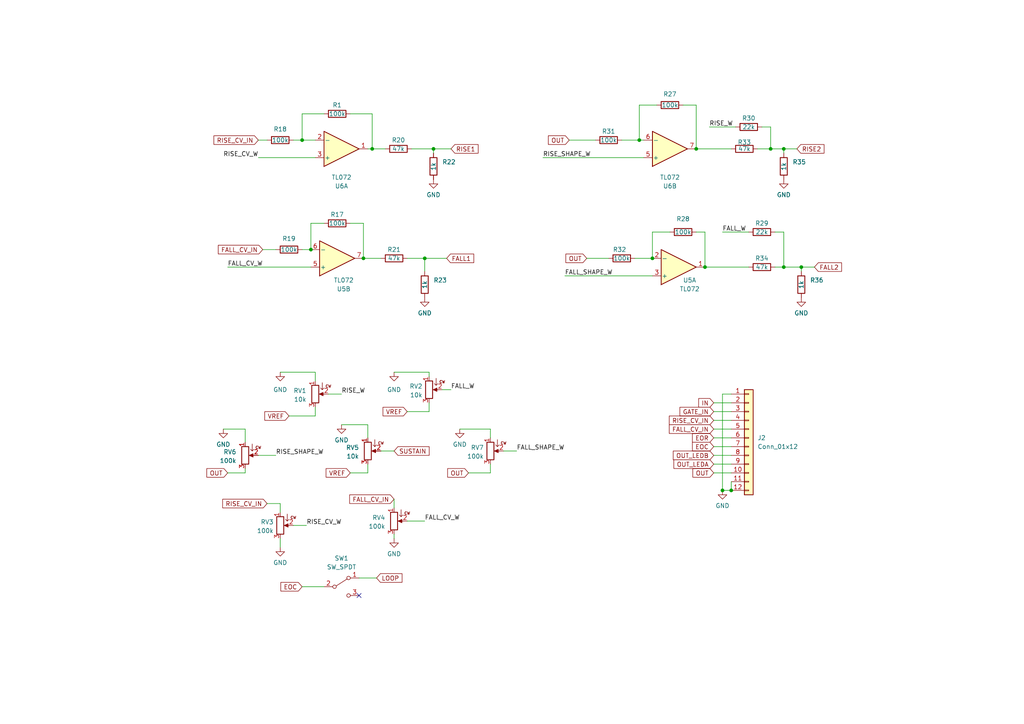
<source format=kicad_sch>
(kicad_sch (version 20230121) (generator eeschema)
  (paper "A4")
  (title_block (title "Kosmo Slopes") (date "2023-03-18"))
  (lib_symbols
    (symbol "AO_symbols:R" (pin_numbers hide) (pin_names (offset 0))
      (property "Reference" "R" (at 2.032 0 90))
      (property "Value" "R" (at 0 0 90))
      (symbol "R_0_1"
        (rectangle (start -1.016 -2.54) (end 1.016 2.54) (stroke (width 0.254)))
      )
      (symbol "R_1_1"
        (pin passive line (at 0 3.81 270) (length 1.27) (name "~") (number "1"))
        (pin passive line (at 0 -3.81 90) (length 1.27) (name "~") (number "2"))
      )
    )
    (symbol "AO_symbols:R_POT" (pin_names (offset 1.016) hide)
      (property "Reference" "RV" (at -4.445 0 90))
      (property "Value" "R_POT" (at -2.54 0 90))
      (symbol "R_POT_0_0"
        (text "CW" (at 3.81 -2.286 0) (effects (font (size 0.762 0.762))))
      )
      (symbol "R_POT_0_1"
        (rectangle (start -1.016 2.54) (end 1.016 -2.54) (stroke (width 0.254)))
        (polyline (pts (xy 2.032 -3.302) (xy 2.032 -1.27)) (stroke (width 0.1524)))
        (polyline (pts (xy 2.54 0) (xy 1.524 0)))
        (polyline (pts (xy 2.54 -1.778) (xy 2.032 -1.27) (xy 1.524 -1.778)) (stroke (width 0.1524)))
        (polyline (pts (xy 1.143 0) (xy 2.286 -0.508) (xy 2.286 0.508) (xy 1.143 0)) (fill (type outline)))
      )
      (symbol "R_POT_1_1"
        (pin passive line (at 0 -3.81 90) (length 1.27) (name "1") (number "1"))
        (pin passive line (at 3.81 0 180) (length 1.27) (name "2") (number "2"))
        (pin passive line (at 0 3.81 270) (length 1.27) (name "3") (number "3"))
      )
    )
    (symbol "AO_symbols:SW_SPDT" (pin_names (offset 0) hide)
      (property "Reference" "SW" (at 0 4.318 0))
      (property "Value" "SW_SPDT" (at 0 -5.08 0))
      (symbol "SW_SPDT_0_0"
        (circle (center -2.032 0) (radius 0.508))
        (circle (center 2.032 -2.54) (radius 0.508))
      )
      (symbol "SW_SPDT_0_1"
        (polyline (pts (xy -1.524 0.254) (xy 1.651 2.286)))
        (circle (center 2.032 2.54) (radius 0.508))
      )
      (symbol "SW_SPDT_1_1"
        (pin passive line (at 5.08 2.54 180) (length 2.54) (name "A") (number "1"))
        (pin passive line (at -5.08 0 0) (length 2.54) (name "B") (number "2"))
        (pin passive line (at 5.08 -2.54 180) (length 2.54) (name "C") (number "3"))
      )
    )
    (symbol "AO_symbols:TL072" (pin_names (offset 0.127))
      (property "Reference" "U" (at 0 5.08 0))
      (property "Value" "TL072" (at 0 -5.08 0))
      (symbol "TL072_1_1"
        (polyline (pts (xy -5.08 5.08) (xy 5.08 0) (xy -5.08 -5.08) (xy -5.08 5.08)) (stroke (width 0.254)) (fill (type background)))
        (pin output line (at 7.62 0 180) (length 2.54) (name "~") (number "1"))
        (pin input line (at -7.62 -2.54 0) (length 2.54) (name "-") (number "2"))
        (pin input line (at -7.62 2.54 0) (length 2.54) (name "+") (number "3"))
      )
      (symbol "TL072_2_1"
        (polyline (pts (xy -5.08 5.08) (xy 5.08 0) (xy -5.08 -5.08) (xy -5.08 5.08)) (stroke (width 0.254)) (fill (type background)))
        (pin input line (at -7.62 2.54 0) (length 2.54) (name "+") (number "5"))
        (pin input line (at -7.62 -2.54 0) (length 2.54) (name "-") (number "6"))
        (pin output line (at 7.62 0 180) (length 2.54) (name "~") (number "7"))
      )
      (symbol "TL072_3_1"
        (pin power_in line (at -2.54 -7.62 90) (length 3.81) (name "V-") (number "4"))
        (pin power_in line (at -2.54 7.62 270) (length 3.81) (name "V+") (number "8"))
      )
    )
    (symbol "Connector_Generic:Conn_01x12" (pin_names (offset 1.016) hide)
      (property "Reference" "J" (at 0 15.24 0))
      (property "Value" "Conn_01x12" (at 0 -17.78 0))
      (symbol "Conn_01x12_1_1"
        (rectangle (start -1.27 -15.113) (end 0 -15.367) (stroke (width 0.1524)))
        (rectangle (start -1.27 -12.573) (end 0 -12.827) (stroke (width 0.1524)))
        (rectangle (start -1.27 -10.033) (end 0 -10.287) (stroke (width 0.1524)))
        (rectangle (start -1.27 -7.493) (end 0 -7.747) (stroke (width 0.1524)))
        (rectangle (start -1.27 -4.953) (end 0 -5.207) (stroke (width 0.1524)))
        (rectangle (start -1.27 -2.413) (end 0 -2.667) (stroke (width 0.1524)))
        (rectangle (start -1.27 0.127) (end 0 -0.127) (stroke (width 0.1524)))
        (rectangle (start -1.27 2.667) (end 0 2.413) (stroke (width 0.1524)))
        (rectangle (start -1.27 5.207) (end 0 4.953) (stroke (width 0.1524)))
        (rectangle (start -1.27 7.747) (end 0 7.493) (stroke (width 0.1524)))
        (rectangle (start -1.27 10.287) (end 0 10.033) (stroke (width 0.1524)))
        (rectangle (start -1.27 12.827) (end 0 12.573) (stroke (width 0.1524)))
        (rectangle (start -1.27 13.97) (end 1.27 -16.51) (stroke (width 0.254)) (fill (type background)))
        (pin passive line (at -5.08 12.7 0) (length 3.81) (name "Pin_1") (number "1"))
        (pin passive line (at -5.08 -10.16 0) (length 3.81) (name "Pin_10") (number "10"))
        (pin passive line (at -5.08 -12.7 0) (length 3.81) (name "Pin_11") (number "11"))
        (pin passive line (at -5.08 -15.24 0) (length 3.81) (name "Pin_12") (number "12"))
        (pin passive line (at -5.08 10.16 0) (length 3.81) (name "Pin_2") (number "2"))
        (pin passive line (at -5.08 7.62 0) (length 3.81) (name "Pin_3") (number "3"))
        (pin passive line (at -5.08 5.08 0) (length 3.81) (name "Pin_4") (number "4"))
        (pin passive line (at -5.08 2.54 0) (length 3.81) (name "Pin_5") (number "5"))
        (pin passive line (at -5.08 0 0) (length 3.81) (name "Pin_6") (number "6"))
        (pin passive line (at -5.08 -2.54 0) (length 3.81) (name "Pin_7") (number "7"))
        (pin passive line (at -5.08 -5.08 0) (length 3.81) (name "Pin_8") (number "8"))
        (pin passive line (at -5.08 -7.62 0) (length 3.81) (name "Pin_9") (number "9"))
      )
    )
    (symbol "power:GND" (power) (pin_names (offset 0))
      (property "Value" "GND" (at 0 -3.81 0))
      (symbol "GND_0_1"
        (polyline (pts (xy 0 0) (xy 0 -1.27) (xy 1.27 -1.27) (xy 0 -2.54) (xy -1.27 -1.27) (xy 0 -1.27)))
      )
      (symbol "GND_1_1"
        (pin power_in line (at 0 0 270) (length 0) hide (name "GND") (number "1"))
      )
    )
  )
  (junction (at 232.41 77.47))
  (junction (at 212.09 142.24))
  (junction (at 90.17 72.39))
  (junction (at 107.95 43.18))
  (junction (at 87.63 40.64))
  (junction (at 204.47 77.47))
  (junction (at 123.19 74.93))
  (junction (at 189.23 74.93))
  (junction (at 209.55 142.24))
  (junction (at 201.93 43.18))
  (junction (at 227.33 77.47))
  (junction (at 185.42 40.64))
  (junction (at 223.52 43.18))
  (junction (at 227.33 43.18))
  (junction (at 125.73 43.18))
  (junction (at 105.41 74.93))
  (no_connect (at 104.14 172.72))
  (wire (pts (xy 142.24 124.46) (xy 142.24 127)))
  (wire (pts (xy 207.01 129.54) (xy 212.09 129.54)))
  (wire (pts (xy 87.63 170.18) (xy 93.98 170.18)))
  (wire (pts (xy 93.98 64.77) (xy 90.17 64.77)))
  (wire (pts (xy 107.95 43.18) (xy 106.68 43.18)))
  (wire (pts (xy 212.09 142.24) (xy 212.09 139.7)))
  (wire (pts (xy 223.52 43.18) (xy 227.33 43.18)))
  (wire (pts (xy 71.12 124.46) (xy 71.12 128.27)))
  (wire (pts (xy 207.01 134.62) (xy 212.09 134.62)))
  (wire (pts (xy 125.73 43.18) (xy 130.81 43.18)))
  (wire (pts (xy 64.77 124.46) (xy 71.12 124.46)))
  (wire (pts (xy 224.79 77.47) (xy 227.33 77.47)))
  (wire (pts (xy 81.28 156.21) (xy 81.28 158.75)))
  (wire (pts (xy 207.01 124.46) (xy 212.09 124.46)))
  (wire (pts (xy 201.93 43.18) (xy 212.09 43.18)))
  (wire (pts (xy 114.3 107.95) (xy 124.46 107.95)))
  (wire (pts (xy 124.46 107.95) (xy 124.46 109.22)))
  (wire (pts (xy 87.63 72.39) (xy 90.17 72.39)))
  (wire (pts (xy 185.42 30.48) (xy 185.42 40.64)))
  (wire (pts (xy 91.44 120.65) (xy 91.44 118.11)))
  (wire (pts (xy 118.11 74.93) (xy 123.19 74.93)))
  (wire (pts (xy 110.49 130.81) (xy 114.3 130.81)))
  (wire (pts (xy 74.93 132.08) (xy 80.01 132.08)))
  (wire (pts (xy 124.46 116.84) (xy 124.46 119.38)))
  (wire (pts (xy 170.18 74.93) (xy 176.53 74.93)))
  (wire (pts (xy 189.23 67.31) (xy 189.23 74.93)))
  (wire (pts (xy 207.01 127) (xy 212.09 127)))
  (wire (pts (xy 142.24 137.16) (xy 135.89 137.16)))
  (wire (pts (xy 184.15 74.93) (xy 189.23 74.93)))
  (wire (pts (xy 76.2 72.39) (xy 80.01 72.39)))
  (wire (pts (xy 101.6 137.16) (xy 106.68 137.16)))
  (wire (pts (xy 83.82 120.65) (xy 91.44 120.65)))
  (wire (pts (xy 133.35 124.46) (xy 142.24 124.46)))
  (wire (pts (xy 232.41 77.47) (xy 236.22 77.47)))
  (wire (pts (xy 85.09 152.4) (xy 88.9 152.4)))
  (wire (pts (xy 157.48 45.72) (xy 186.69 45.72)))
  (wire (pts (xy 106.68 123.19) (xy 106.68 127)))
  (wire (pts (xy 207.01 116.84) (xy 212.09 116.84)))
  (wire (pts (xy 71.12 137.16) (xy 71.12 135.89)))
  (wire (pts (xy 227.33 43.18) (xy 227.33 44.45)))
  (wire (pts (xy 209.55 142.24) (xy 212.09 142.24)))
  (wire (pts (xy 201.93 67.31) (xy 204.47 67.31)))
  (wire (pts (xy 107.95 43.18) (xy 111.76 43.18)))
  (wire (pts (xy 81.28 146.05) (xy 77.47 146.05)))
  (wire (pts (xy 198.12 30.48) (xy 201.93 30.48)))
  (wire (pts (xy 74.93 40.64) (xy 77.47 40.64)))
  (wire (pts (xy 224.79 67.31) (xy 227.33 67.31)))
  (wire (pts (xy 220.98 36.83) (xy 223.52 36.83)))
  (wire (pts (xy 123.19 74.93) (xy 123.19 78.74)))
  (wire (pts (xy 118.11 151.13) (xy 123.19 151.13)))
  (wire (pts (xy 81.28 146.05) (xy 81.28 148.59)))
  (wire (pts (xy 95.25 114.3) (xy 99.06 114.3)))
  (wire (pts (xy 124.46 119.38) (xy 118.11 119.38)))
  (wire (pts (xy 227.33 43.18) (xy 231.14 43.18)))
  (wire (pts (xy 93.98 33.02) (xy 87.63 33.02)))
  (wire (pts (xy 66.04 137.16) (xy 71.12 137.16)))
  (wire (pts (xy 207.01 121.92) (xy 212.09 121.92)))
  (wire (pts (xy 201.93 30.48) (xy 201.93 43.18)))
  (wire (pts (xy 128.27 113.03) (xy 130.81 113.03)))
  (wire (pts (xy 99.06 123.19) (xy 106.68 123.19)))
  (wire (pts (xy 107.95 33.02) (xy 107.95 43.18)))
  (wire (pts (xy 219.71 43.18) (xy 223.52 43.18)))
  (wire (pts (xy 90.17 64.77) (xy 90.17 72.39)))
  (wire (pts (xy 104.14 167.64) (xy 109.22 167.64)))
  (wire (pts (xy 105.41 64.77) (xy 105.41 74.93)))
  (wire (pts (xy 106.68 137.16) (xy 106.68 134.62)))
  (wire (pts (xy 209.55 67.31) (xy 217.17 67.31)))
  (wire (pts (xy 87.63 33.02) (xy 87.63 40.64)))
  (wire (pts (xy 165.1 40.64) (xy 172.72 40.64)))
  (wire (pts (xy 207.01 137.16) (xy 212.09 137.16)))
  (wire (pts (xy 194.31 67.31) (xy 189.23 67.31)))
  (wire (pts (xy 119.38 43.18) (xy 125.73 43.18)))
  (wire (pts (xy 114.3 154.94) (xy 114.3 156.21)))
  (wire (pts (xy 91.44 107.95) (xy 91.44 110.49)))
  (wire (pts (xy 180.34 40.64) (xy 185.42 40.64)))
  (wire (pts (xy 209.55 114.3) (xy 209.55 142.24)))
  (wire (pts (xy 232.41 77.47) (xy 232.41 78.74)))
  (wire (pts (xy 204.47 77.47) (xy 217.17 77.47)))
  (wire (pts (xy 212.09 114.3) (xy 209.55 114.3)))
  (wire (pts (xy 146.05 130.81) (xy 149.86 130.81)))
  (wire (pts (xy 125.73 43.18) (xy 125.73 44.45)))
  (wire (pts (xy 114.3 144.78) (xy 114.3 147.32)))
  (wire (pts (xy 142.24 134.62) (xy 142.24 137.16)))
  (wire (pts (xy 204.47 67.31) (xy 204.47 77.47)))
  (wire (pts (xy 87.63 40.64) (xy 91.44 40.64)))
  (wire (pts (xy 101.6 33.02) (xy 107.95 33.02)))
  (wire (pts (xy 123.19 74.93) (xy 129.54 74.93)))
  (wire (pts (xy 227.33 67.31) (xy 227.33 77.47)))
  (wire (pts (xy 207.01 132.08) (xy 212.09 132.08)))
  (wire (pts (xy 85.09 40.64) (xy 87.63 40.64)))
  (wire (pts (xy 163.83 80.01) (xy 189.23 80.01)))
  (wire (pts (xy 81.28 107.95) (xy 91.44 107.95)))
  (wire (pts (xy 185.42 40.64) (xy 186.69 40.64)))
  (wire (pts (xy 205.74 36.83) (xy 213.36 36.83)))
  (wire (pts (xy 105.41 74.93) (xy 110.49 74.93)))
  (wire (pts (xy 190.5 30.48) (xy 185.42 30.48)))
  (wire (pts (xy 223.52 36.83) (xy 223.52 43.18)))
  (wire (pts (xy 101.6 64.77) (xy 105.41 64.77)))
  (wire (pts (xy 74.93 45.72) (xy 91.44 45.72)))
  (wire (pts (xy 227.33 77.47) (xy 232.41 77.47)))
  (wire (pts (xy 207.01 119.38) (xy 212.09 119.38)))
  (wire (pts (xy 90.17 77.47) (xy 66.04 77.47)))
  (label "FALL_CV_W" (at 66.04 77.47 0))
  (label "RISE_W" (at 99.06 114.3 0))
  (label "FALL_CV_W" (at 123.19 151.13 0))
  (label "FALL_SHAPE_W" (at 163.83 80.01 0))
  (label "RISE_CV_W" (at 88.9 152.4 0))
  (label "RISE_W" (at 205.74 36.83 0))
  (label "RISE_CV_W" (at 74.93 45.72 180))
  (label "RISE_SHAPE_W" (at 80.01 132.08 0))
  (label "RISE_SHAPE_W" (at 157.48 45.72 0))
  (label "FALL_SHAPE_W" (at 149.86 130.81 0))
  (label "FALL_W" (at 130.81 113.03 0))
  (label "FALL_W" (at 209.55 67.31 0))
  (global_label "VREF" (shape input) (at 83.82 120.65 180) (property "Intersheetrefs" "${INTERSHEET_REFS}" (effects hide)))
  (global_label "OUT" (shape input) (at 135.89 137.16 180) (property "Intersheetrefs" "${INTERSHEET_REFS}" (effects hide)))
  (global_label "OUT" (shape input) (at 66.04 137.16 180) (property "Intersheetrefs" "${INTERSHEET_REFS}" (effects hide)))
  (global_label "VREF" (shape input) (at 101.6 137.16 180) (property "Intersheetrefs" "${INTERSHEET_REFS}" (effects hide)))
  (global_label "RISE2" (shape input) (at 231.14 43.18 0) (property "Intersheetrefs" "${INTERSHEET_REFS}" (effects hide)))
  (global_label "EOC" (shape input) (at 87.63 170.18 180) (property "Intersheetrefs" "${INTERSHEET_REFS}" (effects hide)))
  (global_label "FALL1" (shape input) (at 129.54 74.93 0) (property "Intersheetrefs" "${INTERSHEET_REFS}" (effects hide)))
  (global_label "RISE_CV_IN" (shape input) (at 77.47 146.05 180) (property "Intersheetrefs" "${INTERSHEET_REFS}" (effects hide)))
  (global_label "SUSTAIN" (shape input) (at 114.3 130.81 0) (property "Intersheetrefs" "${INTERSHEET_REFS}" (effects hide)))
  (global_label "OUT" (shape input) (at 170.18 74.93 180) (property "Intersheetrefs" "${INTERSHEET_REFS}" (effects hide)))
  (global_label "RISE_CV_IN" (shape input) (at 207.01 121.92 180) (property "Intersheetrefs" "${INTERSHEET_REFS}" (effects hide)))
  (global_label "OUT" (shape input) (at 207.01 137.16 180) (property "Intersheetrefs" "${INTERSHEET_REFS}" (effects hide)))
  (global_label "FALL_CV_IN" (shape input) (at 207.01 124.46 180) (property "Intersheetrefs" "${INTERSHEET_REFS}" (effects hide)))
  (global_label "RISE1" (shape input) (at 130.81 43.18 0) (property "Intersheetrefs" "${INTERSHEET_REFS}" (effects hide)))
  (global_label "IN" (shape input) (at 207.01 116.84 180) (property "Intersheetrefs" "${INTERSHEET_REFS}" (effects hide)))
  (global_label "OUT_LEDB" (shape input) (at 207.01 132.08 180) (property "Intersheetrefs" "${INTERSHEET_REFS}" (effects hide)))
  (global_label "EOR" (shape input) (at 207.01 127 180) (property "Intersheetrefs" "${INTERSHEET_REFS}" (effects hide)))
  (global_label "FALL2" (shape input) (at 236.22 77.47 0) (property "Intersheetrefs" "${INTERSHEET_REFS}" (effects hide)))
  (global_label "FALL_CV_IN" (shape input) (at 114.3 144.78 180) (property "Intersheetrefs" "${INTERSHEET_REFS}" (effects hide)))
  (global_label "GATE_IN" (shape input) (at 207.01 119.38 180) (property "Intersheetrefs" "${INTERSHEET_REFS}" (effects hide)))
  (global_label "LOOP" (shape input) (at 109.22 167.64 0) (property "Intersheetrefs" "${INTERSHEET_REFS}" (effects hide)))
  (global_label "VREF" (shape input) (at 118.11 119.38 180) (property "Intersheetrefs" "${INTERSHEET_REFS}" (effects hide)))
  (global_label "OUT_LEDA" (shape input) (at 207.01 134.62 180) (property "Intersheetrefs" "${INTERSHEET_REFS}" (effects hide)))
  (global_label "RISE_CV_IN" (shape input) (at 74.93 40.64 180) (property "Intersheetrefs" "${INTERSHEET_REFS}" (effects hide)))
  (global_label "EOC" (shape input) (at 207.01 129.54 180) (property "Intersheetrefs" "${INTERSHEET_REFS}" (effects hide)))
  (global_label "OUT" (shape input) (at 165.1 40.64 180) (property "Intersheetrefs" "${INTERSHEET_REFS}" (effects hide)))
  (global_label "FALL_CV_IN" (shape input) (at 76.2 72.39 180) (property "Intersheetrefs" "${INTERSHEET_REFS}" (effects hide)))
  (symbol (lib_id "power:GND") (at 125.73 52.07 0) (unit 1)
    (property "Reference" "#PWR0141" (effects hide))
    (property "Value" "GND" (at 125.73 56.515 0))
  )
  (symbol (lib_id "AO_symbols:TL072") (at 99.06 43.18 0) (mirror x) (unit 1)
    (property "Reference" "U6" (at 99.06 53.975 0))
    (property "Value" "TL072" (at 99.06 51.435 0))
    (property "Footprint" "AO_tht:DIP-8_W7.62mm_Socket_LongPads" (effects hide))
    (property "Vendor" "Tayda" (effects hide))
    (property "SKU" "A-037" (effects hide))
  )
  (symbol (lib_id "power:GND") (at 209.55 142.24 0) (unit 1)
    (property "Reference" "#PWR0150" (effects hide))
    (property "Value" "GND" (at 209.55 146.685 0))
  )
  (symbol (lib_id "power:GND") (at 123.19 86.36 0) (unit 1)
    (property "Reference" "#PWR0142" (effects hide))
    (property "Value" "GND" (at 123.19 90.805 0))
  )
  (symbol (lib_id "AO_symbols:TL072") (at 194.31 43.18 0) (mirror x) (unit 2)
    (property "Reference" "U6" (at 194.31 53.975 0))
    (property "Value" "TL072" (at 194.31 51.435 0))
    (property "Footprint" "AO_tht:DIP-8_W7.62mm_Socket_LongPads" (effects hide))
    (property "Vendor" "Tayda" (effects hide))
    (property "SKU" "A-037" (effects hide))
  )
  (symbol (lib_id "Connector_Generic:Conn_01x12") (at 217.17 127 0) (unit 1)
    (property "Reference" "J2" (at 219.71 126.9999 0) (effects (justify left)))
    (property "Value" "Conn_01x12" (at 219.71 129.5399 0) (effects (justify left)))
    (property "Footprint" "Connector_PinSocket_2.54mm:PinSocket_1x12_P2.54mm_Vertical" (effects hide))
  )
  (symbol (lib_id "AO_symbols:R") (at 220.98 77.47 270) (unit 1)
    (property "Reference" "R34" (at 220.98 74.93 90))
    (property "Value" "47k" (at 220.98 77.47 90))
    (property "Footprint" "AO_tht:R_Axial_DIN0207_L6.3mm_D2.5mm_P10.16mm_Horizontal" (effects hide))
    (property "Vendor" "Tayda" (effects hide))
  )
  (symbol (lib_id "power:GND") (at 81.28 158.75 0) (unit 1)
    (property "Reference" "#PWR0147" (effects hide))
    (property "Value" "GND" (at 81.28 163.195 0))
  )
  (symbol (lib_id "AO_symbols:R_POT") (at 142.24 130.81 0) (mirror x) (unit 1)
    (property "Reference" "RV7" (at 140.335 129.8194 0) (effects (justify right)))
    (property "Value" "100k" (at 140.335 132.3594 0) (effects (justify right)))
    (property "Footprint" "AO_tht:Potentiometer_Alpha_RD901F-40-00D_Single_Vertical_centered" (effects hide))
    (property "Vendor" "Tayda" (effects hide))
  )
  (symbol (lib_id "AO_symbols:TL072") (at 97.79 74.93 0) (mirror x) (unit 2)
    (property "Reference" "U5" (at 99.695 83.82 0))
    (property "Value" "TL072" (at 99.695 81.28 0))
    (property "Footprint" "AO_tht:DIP-8_W7.62mm_Socket_LongPads" (effects hide))
    (property "Vendor" "Tayda" (effects hide))
    (property "SKU" "A-037" (effects hide))
  )
  (symbol (lib_id "power:GND") (at 99.06 123.19 0) (unit 1)
    (property "Reference" "#PWR0149" (effects hide))
    (property "Value" "GND" (at 99.06 127.635 0))
  )
  (symbol (lib_id "AO_symbols:R") (at 97.79 64.77 90) (unit 1)
    (property "Reference" "R17" (at 97.79 62.23 90))
    (property "Value" "100k" (at 97.79 64.77 90))
    (property "Footprint" "AO_tht:R_Axial_DIN0207_L6.3mm_D2.5mm_P10.16mm_Horizontal" (effects hide))
    (property "Vendor" "Tayda" (effects hide))
  )
  (symbol (lib_id "AO_symbols:R_POT") (at 124.46 113.03 0) (mirror x) (unit 1)
    (property "Reference" "RV2" (at 122.555 112.0394 0) (effects (justify right)))
    (property "Value" "10k" (at 122.555 114.5794 0) (effects (justify right)))
    (property "Footprint" "AO_tht:Potentiometer_Alpha_RD901F-40-00D_Single_Vertical_centered" (effects hide))
    (property "Vendor" "Tayda" (effects hide))
  )
  (symbol (lib_id "AO_symbols:R_POT") (at 71.12 132.08 0) (mirror x) (unit 1)
    (property "Reference" "RV6" (at 68.58 131.0894 0) (effects (justify right)))
    (property "Value" "100k" (at 68.58 133.6294 0) (effects (justify right)))
    (property "Footprint" "AO_tht:Potentiometer_Alpha_RD901F-40-00D_Single_Vertical_centered" (effects hide))
    (property "Vendor" "Tayda" (effects hide))
  )
  (symbol (lib_id "AO_symbols:R") (at 123.19 82.55 180) (unit 1)
    (property "Reference" "R23" (at 125.73 81.2799 0) (effects (justify right)))
    (property "Value" "1k" (at 123.19 83.82 90) (effects (justify right)))
    (property "Footprint" "AO_tht:R_Axial_DIN0207_L6.3mm_D2.5mm_P10.16mm_Horizontal" (effects hide))
    (property "Vendor" "Tayda" (effects hide))
  )
  (symbol (lib_id "AO_symbols:R") (at 198.12 67.31 270) (unit 1)
    (property "Reference" "R28" (at 198.12 63.5 90))
    (property "Value" "100k" (at 198.12 67.31 90))
    (property "Footprint" "AO_tht:R_Axial_DIN0207_L6.3mm_D2.5mm_P10.16mm_Horizontal" (effects hide))
    (property "Vendor" "Tayda" (effects hide))
  )
  (symbol (lib_id "AO_symbols:TL072") (at 196.85 77.47 0) (mirror x) (unit 1)
    (property "Reference" "U5" (at 200.025 81.28 0))
    (property "Value" "TL072" (at 200.025 83.82 0))
    (property "Footprint" "AO_tht:DIP-8_W7.62mm_Socket_LongPads" (effects hide))
    (property "Vendor" "Tayda" (effects hide))
    (property "SKU" "A-037" (effects hide))
  )
  (symbol (lib_id "power:GND") (at 133.35 124.46 0) (unit 1)
    (property "Reference" "#PWR0143" (effects hide))
    (property "Value" "GND" (at 133.35 128.905 0))
  )
  (symbol (lib_id "AO_symbols:R") (at 114.3 74.93 90) (unit 1)
    (property "Reference" "R21" (at 114.3 72.39 90))
    (property "Value" "47k" (at 114.3 74.93 90))
    (property "Footprint" "AO_tht:R_Axial_DIN0207_L6.3mm_D2.5mm_P10.16mm_Horizontal" (effects hide))
    (property "Vendor" "Tayda" (effects hide))
  )
  (symbol (lib_id "AO_symbols:R") (at 227.33 48.26 0) (unit 1)
    (property "Reference" "R35" (at 229.87 46.9899 0) (effects (justify left)))
    (property "Value" "1k" (at 227.33 49.53 90) (effects (justify left)))
    (property "Footprint" "AO_tht:R_Axial_DIN0207_L6.3mm_D2.5mm_P10.16mm_Horizontal" (effects hide))
    (property "Vendor" "Tayda" (effects hide))
  )
  (symbol (lib_id "AO_symbols:R") (at 217.17 36.83 270) (unit 1)
    (property "Reference" "R30" (at 217.17 34.29 90))
    (property "Value" "22k" (at 217.17 36.83 90))
    (property "Footprint" "AO_tht:R_Axial_DIN0207_L6.3mm_D2.5mm_P10.16mm_Horizontal" (effects hide))
    (property "Vendor" "Tayda" (effects hide))
  )
  (symbol (lib_id "power:GND") (at 227.33 52.07 0) (unit 1)
    (property "Reference" "#PWR0139" (effects hide))
    (property "Value" "GND" (at 227.33 56.515 0))
  )
  (symbol (lib_id "AO_symbols:R") (at 115.57 43.18 90) (unit 1)
    (property "Reference" "R20" (at 115.57 40.64 90))
    (property "Value" "47k" (at 115.57 43.18 90))
    (property "Footprint" "AO_tht:R_Axial_DIN0207_L6.3mm_D2.5mm_P10.16mm_Horizontal" (effects hide))
    (property "Vendor" "Tayda" (effects hide))
  )
  (symbol (lib_id "power:GND") (at 232.41 86.36 0) (unit 1)
    (property "Reference" "#PWR0140" (effects hide))
    (property "Value" "GND" (at 232.41 90.805 0))
  )
  (symbol (lib_id "AO_symbols:R_POT") (at 106.68 130.81 0) (mirror x) (unit 1)
    (property "Reference" "RV5" (at 104.14 129.8194 0) (effects (justify right)))
    (property "Value" "10k" (at 104.14 132.3594 0) (effects (justify right)))
    (property "Footprint" "AO_tht:Potentiometer_Alpha_RD901F-40-00D_Single_Vertical_centered" (effects hide))
    (property "Vendor" "Tayda" (effects hide))
  )
  (symbol (lib_id "AO_symbols:R_POT") (at 114.3 151.13 0) (mirror x) (unit 1)
    (property "Reference" "RV4" (at 111.76 150.1394 0) (effects (justify right)))
    (property "Value" "100k" (at 111.76 152.6794 0) (effects (justify right)))
    (property "Footprint" "AO_tht:Potentiometer_Alpha_RD901F-40-00D_Single_Vertical_centered" (effects hide))
    (property "Vendor" "Tayda" (effects hide))
  )
  (symbol (lib_id "AO_symbols:R") (at 232.41 82.55 0) (unit 1)
    (property "Reference" "R36" (at 234.95 81.2799 0) (effects (justify left)))
    (property "Value" "1k" (at 232.41 83.82 90) (effects (justify left)))
    (property "Footprint" "AO_tht:R_Axial_DIN0207_L6.3mm_D2.5mm_P10.16mm_Horizontal" (effects hide))
    (property "Vendor" "Tayda" (effects hide))
  )
  (symbol (lib_id "AO_symbols:R") (at 83.82 72.39 90) (unit 1)
    (property "Reference" "R19" (at 83.82 69.215 90))
    (property "Value" "100k" (at 83.82 72.39 90))
    (property "Footprint" "AO_tht:R_Axial_DIN0207_L6.3mm_D2.5mm_P10.16mm_Horizontal" (effects hide))
    (property "Vendor" "Tayda" (effects hide))
  )
  (symbol (lib_id "AO_symbols:R") (at 97.79 33.02 90) (unit 1)
    (property "Reference" "R1" (at 97.79 30.48 90))
    (property "Value" "100k" (at 97.79 33.02 90))
    (property "Footprint" "AO_tht:R_Axial_DIN0207_L6.3mm_D2.5mm_P10.16mm_Horizontal" (effects hide))
    (property "Vendor" "Tayda" (effects hide))
  )
  (symbol (lib_id "power:GND") (at 64.77 124.46 0) (unit 1)
    (property "Reference" "#PWR0146" (effects hide))
    (property "Value" "GND" (at 64.77 128.905 0))
  )
  (symbol (lib_id "AO_symbols:R") (at 125.73 48.26 180) (unit 1)
    (property "Reference" "R22" (at 128.27 46.9899 0) (effects (justify right)))
    (property "Value" "1k" (at 125.73 49.53 90) (effects (justify right)))
    (property "Footprint" "AO_tht:R_Axial_DIN0207_L6.3mm_D2.5mm_P10.16mm_Horizontal" (effects hide))
    (property "Vendor" "Tayda" (effects hide))
  )
  (symbol (lib_id "AO_symbols:R") (at 220.98 67.31 270) (unit 1)
    (property "Reference" "R29" (at 220.98 64.77 90))
    (property "Value" "22k" (at 220.98 67.31 90))
    (property "Footprint" "AO_tht:R_Axial_DIN0207_L6.3mm_D2.5mm_P10.16mm_Horizontal" (effects hide))
    (property "Vendor" "Tayda" (effects hide))
  )
  (symbol (lib_id "power:GND") (at 114.3 107.95 0) (unit 1)
    (property "Reference" "#PWR0144" (effects hide))
    (property "Value" "GND" (at 114.3 113.03 0))
  )
  (symbol (lib_id "AO_symbols:R_POT") (at 81.28 152.4 0) (mirror x) (unit 1)
    (property "Reference" "RV3" (at 79.375 151.4094 0) (effects (justify right)))
    (property "Value" "100k" (at 79.375 153.9494 0) (effects (justify right)))
    (property "Footprint" "AO_tht:Potentiometer_Alpha_RD901F-40-00D_Single_Vertical_centered" (effects hide))
    (property "Vendor" "Tayda" (effects hide))
  )
  (symbol (lib_id "AO_symbols:R") (at 180.34 74.93 270) (unit 1)
    (property "Reference" "R32" (at 179.705 72.39 90))
    (property "Value" "100k" (at 180.34 74.93 90))
    (property "Footprint" "AO_tht:R_Axial_DIN0207_L6.3mm_D2.5mm_P10.16mm_Horizontal" (effects hide))
    (property "Vendor" "Tayda" (effects hide))
  )
  (symbol (lib_id "power:GND") (at 81.28 107.95 0) (unit 1)
    (property "Reference" "#PWR0145" (effects hide))
    (property "Value" "GND" (at 81.28 113.03 0))
  )
  (symbol (lib_id "AO_symbols:R") (at 215.9 43.18 270) (unit 1)
    (property "Reference" "R33" (at 215.9 41.275 90))
    (property "Value" "47k" (at 215.9 43.18 90))
    (property "Footprint" "AO_tht:R_Axial_DIN0207_L6.3mm_D2.5mm_P10.16mm_Horizontal" (effects hide))
    (property "Vendor" "Tayda" (effects hide))
  )
  (symbol (lib_id "power:GND") (at 114.3 156.21 0) (unit 1)
    (property "Reference" "#PWR0148" (effects hide))
    (property "Value" "GND" (at 114.3 160.655 0))
  )
  (symbol (lib_id "AO_symbols:SW_SPDT") (at 99.06 170.18 0) (unit 1)
    (property "Reference" "SW1" (at 99.06 161.925 0))
    (property "Value" "SW_SPDT" (at 99.06 164.465 0))
    (property "Footprint" "AO_tht:SPDT-toggle-switch-1M-series" (effects hide))
    (property "Vendor" "Tayda" (effects hide))
    (property "SKU" "A-3186" (effects hide))
  )
  (symbol (lib_id "AO_symbols:R") (at 194.31 30.48 270) (unit 1)
    (property "Reference" "R27" (at 194.31 27.305 90))
    (property "Value" "100k" (at 194.31 30.48 90))
    (property "Footprint" "AO_tht:R_Axial_DIN0207_L6.3mm_D2.5mm_P10.16mm_Horizontal" (effects hide))
    (property "Vendor" "Tayda" (effects hide))
  )
  (symbol (lib_id "AO_symbols:R") (at 81.28 40.64 90) (unit 1)
    (property "Reference" "R18" (at 81.28 37.465 90))
    (property "Value" "100k" (at 81.28 40.64 90))
    (property "Footprint" "AO_tht:R_Axial_DIN0207_L6.3mm_D2.5mm_P10.16mm_Horizontal" (effects hide))
    (property "Vendor" "Tayda" (effects hide))
  )
  (symbol (lib_id "AO_symbols:R") (at 176.53 40.64 270) (unit 1)
    (property "Reference" "R31" (at 176.53 38.1 90))
    (property "Value" "100k" (at 176.53 40.64 90))
    (property "Footprint" "AO_tht:R_Axial_DIN0207_L6.3mm_D2.5mm_P10.16mm_Horizontal" (effects hide))
    (property "Vendor" "Tayda" (effects hide))
  )
  (symbol (lib_id "AO_symbols:R_POT") (at 91.44 114.3 0) (mirror x) (unit 1)
    (property "Reference" "RV1" (at 88.9 113.3094 0) (effects (justify right)))
    (property "Value" "10k" (at 88.9 115.8494 0) (effects (justify right)))
    (property "Footprint" "AO_tht:Potentiometer_Alpha_RD901F-40-00D_Single_Vertical_centered" (effects hide))
    (property "Vendor" "Tayda" (effects hide))
  )
)
</source>
